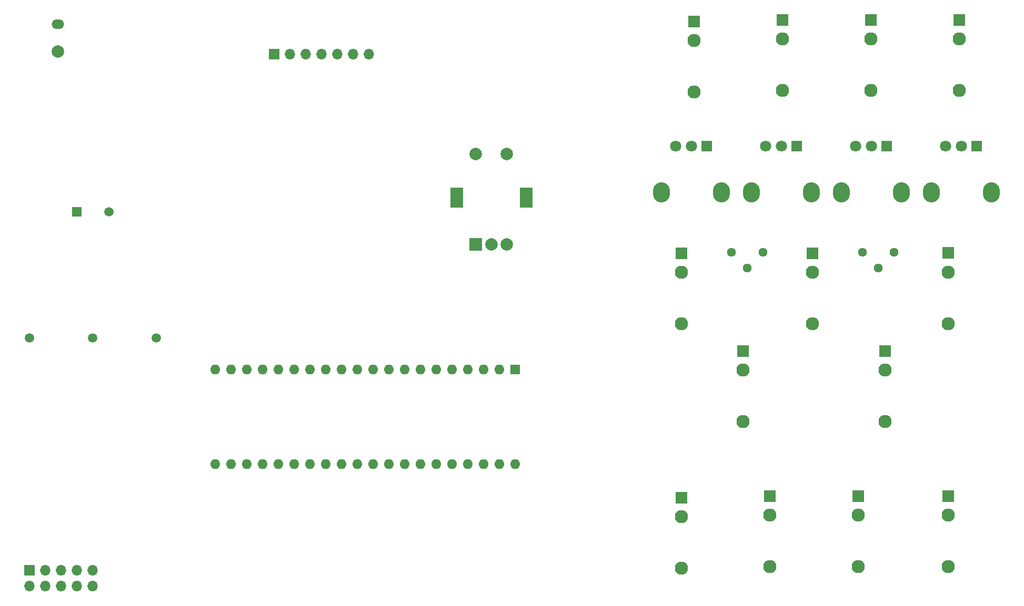
<source format=gbr>
%TF.GenerationSoftware,KiCad,Pcbnew,(6.0.5-0)*%
%TF.CreationDate,2022-09-18T01:29:25-07:00*%
%TF.ProjectId,Seed Test 01.01,53656564-2054-4657-9374-2030312e3031,rev?*%
%TF.SameCoordinates,Original*%
%TF.FileFunction,Soldermask,Bot*%
%TF.FilePolarity,Negative*%
%FSLAX46Y46*%
G04 Gerber Fmt 4.6, Leading zero omitted, Abs format (unit mm)*
G04 Created by KiCad (PCBNEW (6.0.5-0)) date 2022-09-18 01:29:25*
%MOMM*%
%LPD*%
G01*
G04 APERTURE LIST*
%ADD10R,1.700000X1.700000*%
%ADD11O,1.700000X1.700000*%
%ADD12C,1.440000*%
%ADD13R,1.930000X1.830000*%
%ADD14C,2.130000*%
%ADD15O,2.720000X3.240000*%
%ADD16R,1.800000X1.800000*%
%ADD17C,1.800000*%
%ADD18R,2.000000X2.000000*%
%ADD19C,2.000000*%
%ADD20R,2.000000X3.200000*%
%ADD21R,1.600000X1.600000*%
%ADD22O,1.600000X1.600000*%
%ADD23R,1.500000X1.500000*%
%ADD24C,1.500000*%
%ADD25O,2.000000X1.500000*%
G04 APERTURE END LIST*
D10*
%TO.C,J4*%
X72395000Y-138435000D03*
D11*
X72395000Y-140975000D03*
X74935000Y-138435000D03*
X74935000Y-140975000D03*
X77475000Y-138435000D03*
X77475000Y-140975000D03*
X80015000Y-138435000D03*
X80015000Y-140975000D03*
X82555000Y-138435000D03*
X82555000Y-140975000D03*
%TD*%
D12*
%TO.C,RV6*%
X211445000Y-87172000D03*
X208905000Y-89712000D03*
X206365000Y-87172000D03*
%TD*%
D13*
%TO.C,J9*%
X207777000Y-49724000D03*
D14*
X207777000Y-61124000D03*
X207777000Y-52824000D03*
%TD*%
D15*
%TO.C,RV2*%
X198139000Y-77544000D03*
X188539000Y-77544000D03*
D16*
X195839000Y-70044000D03*
D17*
X193339000Y-70044000D03*
X190839000Y-70044000D03*
%TD*%
D18*
%TO.C,SW1*%
X144190000Y-85868000D03*
D19*
X149190000Y-85868000D03*
X146690000Y-85868000D03*
D20*
X141090000Y-78368000D03*
X152290000Y-78368000D03*
D19*
X149190000Y-71368000D03*
X144190000Y-71368000D03*
%TD*%
D13*
%TO.C,J11*%
X177297000Y-87316000D03*
D14*
X177297000Y-98716000D03*
X177297000Y-90416000D03*
%TD*%
D13*
%TO.C,J6*%
X210063000Y-103064000D03*
D14*
X210063000Y-114464000D03*
X210063000Y-106164000D03*
%TD*%
D15*
%TO.C,RV1*%
X183661000Y-77544000D03*
X174061000Y-77544000D03*
D16*
X181361000Y-70044000D03*
D17*
X178861000Y-70044000D03*
X176361000Y-70044000D03*
%TD*%
D13*
%TO.C,J7*%
X179329000Y-49978000D03*
D14*
X179329000Y-61378000D03*
X179329000Y-53078000D03*
%TD*%
D13*
%TO.C,J16*%
X220223000Y-87254000D03*
D14*
X220223000Y-98654000D03*
X220223000Y-90354000D03*
%TD*%
D10*
%TO.C,J2*%
X111765000Y-55250000D03*
D11*
X114305000Y-55250000D03*
X116845000Y-55250000D03*
X119385000Y-55250000D03*
X121925000Y-55250000D03*
X124465000Y-55250000D03*
X127005000Y-55250000D03*
%TD*%
D21*
%TO.C,J1*%
X150495000Y-106045000D03*
D22*
X147955000Y-106045000D03*
X145415000Y-106045000D03*
X142875000Y-106045000D03*
X140335000Y-106045000D03*
X137795000Y-106045000D03*
X135255000Y-106045000D03*
X132715000Y-106045000D03*
X130175000Y-106045000D03*
X127635000Y-106045000D03*
X125095000Y-106045000D03*
X122555000Y-106045000D03*
X120015000Y-106045000D03*
X117475000Y-106045000D03*
X114935000Y-106045000D03*
X112395000Y-106045000D03*
X109855000Y-106045000D03*
X107315000Y-106045000D03*
X104775000Y-106045000D03*
X102235000Y-106045000D03*
X102235000Y-121285000D03*
X104775000Y-121285000D03*
X107315000Y-121285000D03*
X109855000Y-121285000D03*
X112395000Y-121285000D03*
X114935000Y-121285000D03*
X117475000Y-121285000D03*
X120015000Y-121285000D03*
X122555000Y-121285000D03*
X125095000Y-121285000D03*
X127635000Y-121285000D03*
X130175000Y-121285000D03*
X132715000Y-121285000D03*
X135255000Y-121285000D03*
X137795000Y-121285000D03*
X140335000Y-121285000D03*
X142875000Y-121285000D03*
X145415000Y-121285000D03*
X147955000Y-121285000D03*
X150495000Y-121285000D03*
%TD*%
D15*
%TO.C,RV3*%
X203017000Y-77544000D03*
X212617000Y-77544000D03*
D16*
X210317000Y-70044000D03*
D17*
X207817000Y-70044000D03*
X205317000Y-70044000D03*
%TD*%
D13*
%TO.C,J15*%
X205745000Y-126432000D03*
D14*
X205745000Y-137832000D03*
X205745000Y-129532000D03*
%TD*%
D13*
%TO.C,J10*%
X222001000Y-49724000D03*
D14*
X222001000Y-61124000D03*
X222001000Y-52824000D03*
%TD*%
D13*
%TO.C,J17*%
X198379000Y-87316000D03*
D14*
X198379000Y-98716000D03*
X198379000Y-90416000D03*
%TD*%
D15*
%TO.C,RV4*%
X227095000Y-77544000D03*
X217495000Y-77544000D03*
D16*
X224795000Y-70044000D03*
D17*
X222295000Y-70044000D03*
X219795000Y-70044000D03*
%TD*%
D13*
%TO.C,J12*%
X177297000Y-126686000D03*
D14*
X177297000Y-138086000D03*
X177297000Y-129786000D03*
%TD*%
D13*
%TO.C,J5*%
X187203000Y-103064000D03*
D14*
X187203000Y-114464000D03*
X187203000Y-106164000D03*
%TD*%
D13*
%TO.C,J13*%
X191521000Y-126432000D03*
D14*
X191521000Y-137832000D03*
X191521000Y-129532000D03*
%TD*%
D13*
%TO.C,J14*%
X220223000Y-126432000D03*
D14*
X220223000Y-137832000D03*
X220223000Y-129532000D03*
%TD*%
D23*
%TO.C,PS1*%
X80015000Y-80650000D03*
D24*
X85115000Y-80650000D03*
X72355000Y-100950000D03*
X82555000Y-100950000D03*
X92755000Y-100950000D03*
%TD*%
D19*
%TO.C,J18*%
X76967000Y-54843000D03*
D25*
X76967000Y-50443000D03*
%TD*%
D12*
%TO.C,RV5*%
X190363000Y-87172000D03*
X187823000Y-89712000D03*
X185283000Y-87172000D03*
%TD*%
D13*
%TO.C,J8*%
X193553000Y-49724000D03*
D14*
X193553000Y-61124000D03*
X193553000Y-52824000D03*
%TD*%
M02*

</source>
